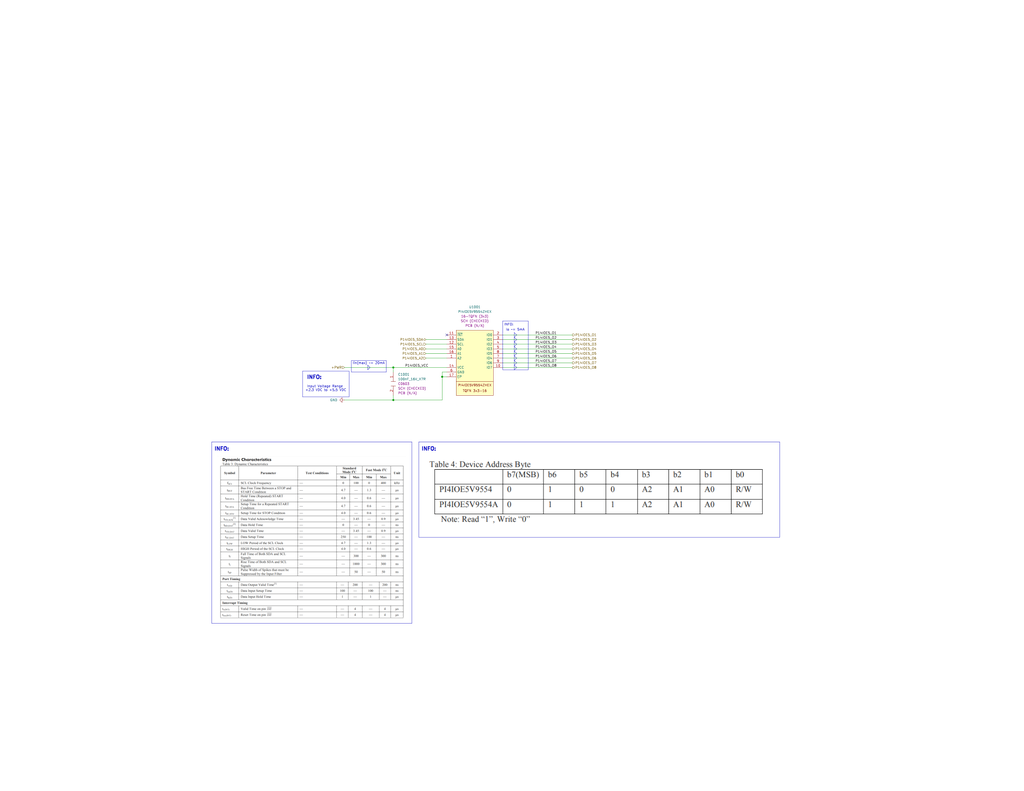
<source format=kicad_sch>
(kicad_sch (version 20231120) (generator "eeschema") (generator_version "8.0")
  (paper "C")
  (title_block (title "_HW_Quadcopter") (date "2024-03-27") (rev "01") (company "Mend0z0") (comment 1 "01") (comment 2 "RELEASED") (comment 3 "Siavash Taher Parvar") (comment 8 "N/A") (comment 9 "First Version"))
  (lib_symbols
    (symbol "_SCHLIB_Qcopter:CAP_CER_100nF_16V_X7R_C0603"
      (property "Reference" "C" (at 3.302 4.318 0))
      (property "Value" "100nF_16V_X7R" (at 3.302 6.858 0))
      (property "Package" "C0603" (at 3.556 36.576 0))
      (property "SCH CHECK" "SCH (CHECKED)" (at 3.556 31.242 0))
      (property "PCB CHECK" "PCB (N/A)" (at 3.556 33.782 0))
      (symbol "CAP_CER_100nF_16V_X7R_C0603_0_0"
        (polyline (pts (xy 5.08 1.27) (xy 5.08 -1.27)))
        (polyline (pts (xy 7.62 1.27) (xy 7.62 -1.27)))
      )
      (symbol "CAP_CER_100nF_16V_X7R_C0603_1_1"
        (pin passive line (at 0 0 0) (length 5.08) (name "") (number "1"))
        (pin passive line (at 12.7 0 180) (length 5.08) (name "") (number "2"))
      )
    )
    (symbol "_SCHLIB_Qcopter:IC_INTERFACE_PI4IOE5V9554ZHEX_IO Expander_8BIT_I2C_16-TQFN (3x3)"
      (property "Reference" "U" (at 3.556 4.064 0))
      (property "Value" "PI4IOE5V9554ZHEX" (at 3.81 6.604 0))
      (property "Package" "16-TQFN (3x3)" (at 3.81 35.306 0))
      (property "SCH CHECK" "SCH (CHECKED)" (at 3.81 29.972 0))
      (property "PCB CHECK" "PCB (N/A)" (at 3.81 32.512 0))
      (symbol "IC_INTERFACE_PI4IOE5V9554ZHEX_IO Expander_8BIT_I2C_16-TQFN (3x3)_0_1"
        (polyline (pts (xy 0 -27.94) (xy 20.32 -27.94)))
      )
      (symbol "IC_INTERFACE_PI4IOE5V9554ZHEX_IO Expander_8BIT_I2C_16-TQFN (3x3)_1_0"
        (pin passive line (at -5.08 -25.4 0) (length 5.08) (name "EP") (number "17"))
      )
      (symbol "IC_INTERFACE_PI4IOE5V9554ZHEX_IO Expander_8BIT_I2C_16-TQFN (3x3)_1_1"
        (rectangle (start 0 0) (end 20.32 -35.56) (fill (type background)))
        (text "PI4IOE5V9554ZHEX" (at 10.16 -29.972 0) (effects (font (size 1.27 1.27))))
        (text "TQFN 3x3-16" (at 10.16 -33.02 0) (effects (font (size 1.27 1.27))))
        (pin passive line (at -5.08 -15.24 0) (length 5.08) (name "A2") (number "1"))
        (pin passive line (at 25.4 -20.32 180) (length 5.08) (name "IO7") (number "10"))
        (pin passive line (at -5.08 -2.54 0) (length 5.08) (name "~{INT}") (number "11"))
        (pin passive line (at -5.08 -7.62 0) (length 5.08) (name "SCL") (number "12"))
        (pin passive line (at -5.08 -5.08 0) (length 5.08) (name "SDA") (number "13"))
        (pin passive line (at -5.08 -20.32 0) (length 5.08) (name "VCC") (number "14"))
        (pin passive line (at -5.08 -10.16 0) (length 5.08) (name "A0") (number "15"))
        (pin passive line (at -5.08 -12.7 0) (length 5.08) (name "A1") (number "16"))
        (pin passive line (at 25.4 -2.54 180) (length 5.08) (name "IO0") (number "2"))
        (pin passive line (at 25.4 -5.08 180) (length 5.08) (name "IO1") (number "3"))
        (pin passive line (at 25.4 -7.62 180) (length 5.08) (name "IO2") (number "4"))
        (pin passive line (at 25.4 -10.16 180) (length 5.08) (name "IO3") (number "5"))
        (pin passive line (at -5.08 -22.86 0) (length 5.08) (name "GND") (number "6"))
        (pin passive line (at 25.4 -15.24 180) (length 5.08) (name "IO4") (number "7"))
        (pin passive line (at 25.4 -12.7 180) (length 5.08) (name "IO5") (number "8"))
        (pin passive line (at 25.4 -17.78 180) (length 5.08) (name "IO6") (number "9"))
      )
    )
    (symbol "power:GND" (power) (pin_numbers hide) (pin_names (offset 0) hide)
      (property "Value" "GND" (at 0 -3.81 0))
      (symbol "GND_0_1"
        (polyline (pts (xy 0 0) (xy 0 -1.27) (xy 1.27 -1.27) (xy 0 -2.54) (xy -1.27 -1.27) (xy 0 -1.27)))
      )
      (symbol "GND_1_1"
        (pin power_in line (at 0 0 270) (length 0) (name "~") (number "1"))
      )
    )
  )
  (junction (at 241.3 205.74))
  (junction (at 214.63 218.44))
  (junction (at 214.63 200.66))
  (no_connect (at 243.84 182.88))
  (polyline (pts (xy 200.66 201.93) (xy 201.93 200.66)))
  (wire (pts (xy 232.41 190.5) (xy 243.84 190.5)))
  (wire (pts (xy 214.63 218.44) (xy 241.3 218.44)))
  (polyline (pts (xy 280.67 191.77) (xy 281.94 190.5)))
  (polyline (pts (xy 280.67 181.61) (xy 280.67 184.15)))
  (polyline (pts (xy 280.67 189.23) (xy 281.94 187.96)))
  (polyline (pts (xy 280.67 191.77) (xy 281.94 193.04)))
  (wire (pts (xy 232.41 195.58) (xy 243.84 195.58)))
  (wire (pts (xy 232.41 185.42) (xy 243.84 185.42)))
  (wire (pts (xy 232.41 187.96) (xy 243.84 187.96)))
  (wire (pts (xy 241.3 218.44) (xy 241.3 205.74)))
  (polyline (pts (xy 280.67 184.15) (xy 280.67 186.69)))
  (wire (pts (xy 312.42 190.5) (xy 274.32 190.5)))
  (polyline (pts (xy 280.67 194.31) (xy 280.67 196.85)))
  (polyline (pts (xy 280.67 199.39) (xy 280.67 201.93)))
  (polyline (pts (xy 115.57 241.3) (xy 115.57 340.36)))
  (polyline (pts (xy 190.5 216.662) (xy 165.1 216.662)))
  (polyline (pts (xy 280.67 196.85) (xy 281.94 198.12)))
  (polyline (pts (xy 280.67 194.31) (xy 281.94 193.04)))
  (polyline (pts (xy 280.67 186.69) (xy 280.67 189.23)))
  (polyline (pts (xy 280.67 199.39) (xy 281.94 200.66)))
  (polyline (pts (xy 280.67 189.23) (xy 280.67 191.77)))
  (wire (pts (xy 312.42 182.88) (xy 274.32 182.88)))
  (polyline (pts (xy 280.67 196.85) (xy 280.67 199.39)))
  (wire (pts (xy 312.42 187.96) (xy 274.32 187.96)))
  (wire (pts (xy 241.3 205.74) (xy 241.3 203.2)))
  (polyline (pts (xy 280.67 184.15) (xy 281.94 182.88)))
  (wire (pts (xy 214.63 200.66) (xy 214.63 203.2)))
  (polyline (pts (xy 280.67 184.15) (xy 281.94 185.42)))
  (polyline (pts (xy 280.67 201.93) (xy 281.94 200.66)))
  (polyline (pts (xy 165.1 202.692) (xy 165.1 216.662)))
  (wire (pts (xy 274.32 200.66) (xy 312.42 200.66)))
  (wire (pts (xy 312.42 198.12) (xy 274.32 198.12)))
  (polyline (pts (xy 190.5 202.692) (xy 190.5 216.662)))
  (wire (pts (xy 312.42 193.04) (xy 274.32 193.04)))
  (polyline (pts (xy 425.45 241.3) (xy 425.45 293.37)))
  (wire (pts (xy 241.3 205.74) (xy 243.84 205.74)))
  (polyline (pts (xy 224.79 340.36) (xy 115.57 340.36)))
  (polyline (pts (xy 200.66 199.39) (xy 200.66 201.93)))
  (polyline (pts (xy 228.6 241.3) (xy 228.6 293.37)))
  (wire (pts (xy 241.3 203.2) (xy 243.84 203.2)))
  (polyline (pts (xy 280.67 181.61) (xy 281.94 182.88)))
  (polyline (pts (xy 425.45 293.37) (xy 228.6 293.37)))
  (polyline (pts (xy 280.67 186.69) (xy 281.94 185.42)))
  (wire (pts (xy 187.96 218.44) (xy 214.63 218.44)))
  (polyline (pts (xy 115.57 241.3) (xy 224.79 241.3)))
  (polyline (pts (xy 280.67 186.69) (xy 281.94 187.96)))
  (wire (pts (xy 312.42 195.58) (xy 274.32 195.58)))
  (polyline (pts (xy 224.79 241.3) (xy 224.79 340.36)))
  (polyline (pts (xy 280.67 196.85) (xy 281.94 195.58)))
  (polyline (pts (xy 228.6 241.3) (xy 425.45 241.3)))
  (polyline (pts (xy 280.67 189.23) (xy 281.94 190.5)))
  (polyline (pts (xy 165.1 202.692) (xy 190.5 202.692)))
  (polyline (pts (xy 200.66 199.39) (xy 201.93 200.66)))
  (wire (pts (xy 214.63 200.66) (xy 243.84 200.66)))
  (polyline (pts (xy 280.67 194.31) (xy 281.94 195.58)))
  (wire (pts (xy 232.41 193.04) (xy 243.84 193.04)))
  (wire (pts (xy 214.63 215.9) (xy 214.63 218.44)))
  (wire (pts (xy 187.96 200.66) (xy 214.63 200.66)))
  (polyline (pts (xy 280.67 191.77) (xy 280.67 194.31)))
  (wire (pts (xy 312.42 185.42) (xy 274.32 185.42)))
  (polyline (pts (xy 280.67 199.39) (xy 281.94 198.12)))
  (rectangle (start 191.77 196.85) (end 210.82 203.2))
  (rectangle (start 274.32 175.26) (end 288.29 201.93))
  (image (at 326.39 269.24) (scale 0.900572))
  (image (at 170.18 293.37) (scale 0.401843))
  (text "Io ~= 5mA" (at 281.178 180.086 0) (effects (font (size 1.27 1.27))))
  (text "INFO:" (at 167.386 207.264 0) (effects (font (size 2 2) (thickness 0.4) (bold yes)) (justify left bottom)))
  (text "Iin(max) ~= 20mA" (at 201.168 198.374 0) (effects (font (size 1.27 1.27))))
  (text "INFO:" (at 229.87 246.38 0) (effects (font (size 2 2) (thickness 0.4) (bold yes)) (justify left bottom)))
  (text "Input Voltage Range \n+2.3 VDC to +5.5 VDC" (at 177.8 212.09 0) (effects (font (size 1.27 1.27))))
  (text "INFO:" (at 277.622 177.292 0) (effects (font (size 1.27 1.27))))
  (text "INFO:" (at 116.84 246.38 0) (effects (font (size 2 2) (thickness 0.4) (bold yes)) (justify left bottom)))
  (label "P14IOE5_O1" (at 292.1 182.88 0))
  (label "P14IOE5_O2" (at 292.1 185.42 0))
  (label "P14IOE5_O8" (at 292.1 200.66 0))
  (label "P14IOE5_O6" (at 292.1 195.58 0))
  (label "P14IOE5_VCC" (at 220.98 200.66 0))
  (label "P14IOE5_O7" (at 292.1 198.12 0))
  (label "P14IOE5_O3" (at 292.1 187.96 0))
  (label "P14IOE5_O4" (at 292.1 190.5 0))
  (label "P14IOE5_O5" (at 292.1 193.04 0))
  (hierarchical_label "P14IOE5_O5" (shape output) (at 312.42 193.04 0))
  (hierarchical_label "P14IOE5_SDA" (shape bidirectional) (at 232.41 185.42 180))
  (hierarchical_label "P14IOE5_O4" (shape output) (at 312.42 190.5 0))
  (hierarchical_label "+PWR" (shape input) (at 187.96 200.66 180))
  (hierarchical_label "P14IOE5_SCL" (shape input) (at 232.41 187.96 180))
  (hierarchical_label "P14IOE5_A2" (shape input) (at 232.41 195.58 180))
  (hierarchical_label "P14IOE5_O7" (shape output) (at 312.42 198.12 0))
  (hierarchical_label "P14IOE5_O1" (shape output) (at 312.42 182.88 0))
  (hierarchical_label "P14IOE5_O2" (shape output) (at 312.42 185.42 0))
  (hierarchical_label "P14IOE5_A1" (shape input) (at 232.41 193.04 180))
  (hierarchical_label "P14IOE5_O8" (shape output) (at 312.42 200.66 0))
  (hierarchical_label "P14IOE5_O6" (shape output) (at 312.42 195.58 0))
  (hierarchical_label "P14IOE5_A0" (shape input) (at 232.41 190.5 180))
  (hierarchical_label "P14IOE5_O3" (shape output) (at 312.42 187.96 0))
  (symbol (lib_id "_SCHLIB_Qcopter:CAP_CER_100nF_16V_X7R_C0603") (at 214.63 203.2 270) (unit 1)
    (property "Reference" "C1001" (at 217.17 204.4699 90) (effects (justify left)))
    (property "Value" "100nF_16V_X7R" (at 217.17 207.0099 90) (effects (justify left)))
    (property "Footprint" "Capacitor_SMD:C_0603_1608Metric" (effects (hide yes)))
    (property "Datasheet" "https://mm.digikey.com/Volume0/opasdata/d220001/medias/docus/609/CL10B104KO8NNNC_Spec.pdf" (effects (hide yes)))
    (property "Description" "0.1 µF ±10% 16V Ceramic Capacitor X7R 0603 (1608 Metric)" (effects (hide yes)))
    (property "Package" "C0603" (at 217.17 209.5499 90) (effects (justify left)))
    (property "Part Number (Manufacturer)" "CL10B104KO8NNNC" (effects (hide yes)))
    (property "Manufacturer" "Samsung Electro-Mechanics" (effects (hide yes)))
    (property "Part Number (Vendor)" "1276-1005-2-ND" (effects (hide yes)))
    (property "Vendor" "Digikey" (effects (hide yes)))
    (property "Purchase Link" "https://www.digikey.ca/en/products/detail/samsung-electro-mechanics/CL10B104KO8NNNC/3886663" (effects (hide yes)))
    (property "SCH CHECK" "SCH (CHECKED)" (at 217.17 212.0899 90) (effects (justify left)))
    (property "PCB CHECK" "PCB (N/A)" (at 217.17 214.6299 90) (effects (justify left)))
    (instances (project "_Sub_HW_Qcopter" (path "" (reference "C1001") (unit 1)) (path "" (reference "C1101") (unit 1)) (path "" (reference "C1201") (unit 1))))
  )
  (symbol (lib_id "power:GND") (at 187.96 218.44 270) (unit 1)
    (property "Reference" "#PWR01001" (effects (hide yes)))
    (property "Value" "GND" (at 184.15 218.4399 90) (effects (justify right)))
    (property "Description" "Power symbol creates a global label with name \"GND\" , ground" (effects (hide yes)))
    (instances (project "_Sub_HW_Qcopter" (path "" (reference "#PWR01001") (unit 1)) (path "" (reference "#PWR01101") (unit 1)) (path "" (reference "#PWR01201") (unit 1))))
  )
  (symbol (lib_id "_SCHLIB_Qcopter:IC_INTERFACE_PI4IOE5V9554ZHEX_IO Expander_8BIT_I2C_16-TQFN (3x3)") (at 248.92 180.34 0) (unit 1)
    (property "Reference" "U1001" (at 259.08 167.64 0))
    (property "Value" "PI4IOE5V9554ZHEX" (at 259.08 170.18 0))
    (property "Footprint" "_PCBLIB_Qcopter:QFN-16-1EP_3x3mm_P0.5mm_EP1.75x1.75mm_ThermalVias" (effects (hide yes)))
    (property "Datasheet" "https://www.diodes.com/assets/Datasheets/PI4IOE5V9554-PI4IOE5V9554A.pdf" (effects (hide yes)))
    (property "Description" "I/O Expander 8 I2C, SMBus 400 kHz 16-TQFN (3x3)" (effects (hide yes)))
    (property "Package" "16-TQFN (3x3)" (at 259.08 172.72 0))
    (property "Part Number (Manufacturer)" "PI4IOE5V9554ZHEX" (effects (hide yes)))
    (property "Manufacturer" "Diodes Incorporated" (effects (hide yes)))
    (property "Part Number (Vendor)" "31-PI4IOE5V9554ZHEXTR-ND" (effects (hide yes)))
    (property "Vendor" "Digikey" (effects (hide yes)))
    (property "Purchase Link" "https://www.digikey.ca/en/products/detail/diodes-incorporated/PI4IOE5V9554ZHEX/16547531" (effects (hide yes)))
    (property "SCH CHECK" "SCH (CHECKED)" (at 259.08 175.26 0))
    (property "PCB CHECK" "PCB (N/A)" (at 259.08 177.8 0))
    (instances (project "_Sub_HW_Qcopter" (path "" (reference "U1001") (unit 1)) (path "" (reference "U1101") (unit 1)) (path "" (reference "U1201") (unit 1))))
  )
)
</source>
